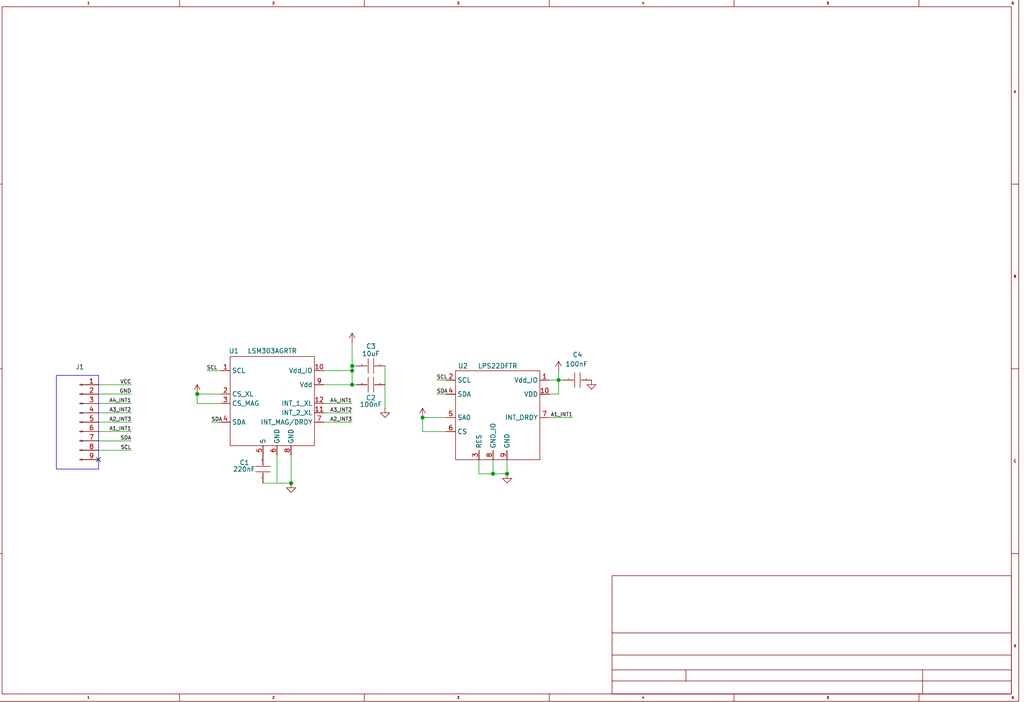
<source format=kicad_sch>
(kicad_sch (version 20231120) (generator "eeschema") (generator_version "8.0")
  (paper "User" 277.012 190.017)
  (lib_symbols
    (symbol "ProPrj_sw -easyedapro:Connector_Conn_01x09_Pin"
      (property "Reference" "J" (at 0 0 0))
      (symbol "Connector_Conn_01x09_Pin_1_0"
        (rectangle (start 0 -10.2616) (end 0.8382 -10.0076))
        (rectangle (start 0 -7.7216) (end 0.8382 -7.4676))
        (rectangle (start 0 -5.1816) (end 0.8382 -4.9276))
        (rectangle (start 0 -2.6416) (end 0.8382 -2.3876))
        (rectangle (start 0 -0.127) (end 0.8382 0.127))
        (polyline (pts (xy 1.2446 -10.1346) (xy 0.8382 -10.1346)))
        (polyline (pts (xy 1.2446 -7.5946) (xy 0.8382 -7.5946)))
        (polyline (pts (xy 1.2446 -5.0546) (xy 0.8382 -5.0546)))
        (polyline (pts (xy 1.2446 -2.5146) (xy 0.8382 -2.5146)))
        (polyline (pts (xy 1.2446 0) (xy 0.8382 0)))
        (polyline (pts (xy 1.2446 2.5146) (xy 0.8382 2.5146)))
        (polyline (pts (xy 1.2446 5.0546) (xy 0.8382 5.0546)))
        (polyline (pts (xy 1.2446 7.5946) (xy 0.8382 7.5946)))
        (polyline (pts (xy 1.2446 10.1346) (xy 0.8382 10.1346)))
        (rectangle (start 0 2.3876) (end 0.8382 2.6416))
        (rectangle (start 0 4.9276) (end 0.8382 5.1816))
        (rectangle (start 0 7.4676) (end 0.8382 7.7216))
        (rectangle (start 0 10.0076) (end 0.8382 10.2616))
        (pin unspecified line (at 5.0546 10.1346 180) (length 3.7846) (name "Pin_1") (number "1"))
        (pin unspecified line (at 5.0546 7.5946 180) (length 3.7846) (name "Pin_2") (number "2"))
        (pin unspecified line (at 5.0546 5.0546 180) (length 3.7846) (name "Pin_3") (number "3"))
        (pin unspecified line (at 5.0546 2.5146 180) (length 3.7846) (name "Pin_4") (number "4"))
        (pin unspecified line (at 5.0546 0 180) (length 3.7846) (name "Pin_5") (number "5"))
        (pin unspecified line (at 5.0546 -2.5146 180) (length 3.7846) (name "Pin_6") (number "6"))
        (pin unspecified line (at 5.0546 -5.0546 180) (length 3.7846) (name "Pin_7") (number "7"))
        (pin unspecified line (at 5.0546 -7.5946 180) (length 3.7846) (name "Pin_8") (number "8"))
        (pin unspecified line (at 5.0546 -10.1346 180) (length 3.7846) (name "Pin_9") (number "9"))
      )
    )
    (symbol "ProPrj_sw -easyedapro:Device_C"
      (property "Reference" "C" (at 0 0 0))
      (symbol "Device_C_1_0"
        (polyline (pts (xy -2.0066 -0.7366) (xy 2.0066 -0.7366)))
        (polyline (pts (xy -2.0066 0.7366) (xy 2.0066 0.7366)))
        (pin unspecified line (at 0 3.7846 270) (length 2.7686) (name "~") (number "1"))
        (pin unspecified line (at 0 -3.7846 90) (length 2.7686) (name "~") (number "2"))
      )
    )
    (symbol "ProPrj_sw -easyedapro:LPS22DF"
      (symbol "LPS22DF_1_0"
        (rectangle (start -11.4046 -12.6746) (end 11.4046 11.4046))
        (pin unspecified line (at 13.9446 8.8646 180) (length 2.5146) (name "Vdd_IO") (number "1"))
        (pin unspecified line (at 13.9446 5.0546 180) (length 2.5146) (name "VDD") (number "10"))
        (pin input line (at -13.9446 8.8646 0) (length 2.5146) (name "SCL") (number "2"))
        (pin unspecified line (at -5.0546 -12.6746 90) (length 2.5146) (name "RES") (number "3"))
        (pin bidirectional line (at -13.9446 5.0546 0) (length 2.5146) (name "SDA") (number "4"))
        (pin bidirectional line (at -13.9446 -1.2446 0) (length 2.5146) (name "SA0") (number "5"))
        (pin input line (at -13.9446 -5.0546 0) (length 2.5146) (name "CS") (number "6"))
        (pin output line (at 13.9446 -1.2446 180) (length 2.5146) (name "INT_DRDY") (number "7"))
        (pin unspecified line (at -1.2446 -12.6746 90) (length 2.5146) (name "GND_IO") (number "8"))
        (pin unspecified line (at 2.5146 -12.6746 90) (length 2.5146) (name "GND") (number "9"))
      )
    )
    (symbol "ProPrj_sw -easyedapro:LSM303AGR"
      (property "Reference" "U" (at 0 0 0))
      (symbol "LSM303AGR_1_0"
        (rectangle (start -11.4046 -25.3746) (end 11.4046 -1.2446))
        (pin input line (at -13.9446 -5.0546 0) (length 2.5146) (name "SCL") (number "1"))
        (pin unspecified line (at 13.9446 -5.0546 180) (length 2.5146) (name "Vdd_IO") (number "10"))
        (pin output line (at 13.9446 -16.4846 180) (length 2.5146) (name "INT_2_XL") (number "11"))
        (pin output line (at 13.9446 -13.9446 180) (length 2.5146) (name "INT_1_XL") (number "12"))
        (pin input line (at -13.9446 -11.4046 0) (length 2.5146) (name "CS_XL") (number "2"))
        (pin input line (at -13.9446 -13.9446 0) (length 2.5146) (name "CS_MAG") (number "3"))
        (pin bidirectional line (at -13.9446 -19.0246 0) (length 2.5146) (name "SDA") (number "4"))
        (pin unspecified line (at -2.5146 -27.9146 90) (length 2.5146) (name "5") (number "5"))
        (pin unspecified line (at 1.2446 -27.9146 90) (length 2.5146) (name "GND") (number "6"))
        (pin output line (at 13.9446 -19.0246 180) (length 2.5146) (name "INT_MAG/DRDY") (number "7"))
        (pin unspecified line (at 5.0546 -27.9146 90) (length 2.5146) (name "GND") (number "8"))
        (pin unspecified line (at 13.9446 -8.8646 180) (length 2.5146) (name "Vdd") (number "9"))
      )
    )
    (symbol "ProPrj_sw -easyedapro:POWER_GND" (power) (pin_numbers hide) (pin_names hide)
      (symbol "POWER_GND_1_0"
        (polyline (pts (xy 0 0) (xy 0 -1.2446) (xy 0 -1.2446) (xy 1.2446 -1.2446) (xy 1.2446 -1.2446) (xy 0 -2.5146) (xy 0 -2.5146) (xy -1.2446 -1.2446) (xy -1.2446 -1.2446) (xy 0 -1.2446)))
        (pin power_in line (at 0 0 270) (length 0) (name "") (number "1"))
      )
    )
    (symbol "ProPrj_sw -easyedapro:POWER_VCC" (power) (pin_numbers hide) (pin_names hide)
      (symbol "POWER_VCC_1_0"
        (polyline (pts (xy -0.7366 1.2446) (xy 0 2.5146)))
        (polyline (pts (xy 0 0) (xy 0 2.5146)))
        (polyline (pts (xy 0 2.5146) (xy 0.7366 1.2446)))
        (pin power_in line (at 0 0 90) (length 0) (name "") (number "1"))
      )
    )
    (symbol "ProPrj_sw -easyedapro:default297x210"
      (symbol "default297x210_1_0"
        (polyline (pts (xy 9.9822 -159.9946) (xy 11.9888 -159.9946)))
        (polyline (pts (xy 9.9822 -109.982) (xy 11.9888 -109.982)))
        (polyline (pts (xy 9.9822 -59.9948) (xy 11.9888 -59.9948)))
        (polyline (pts (xy 59.9948 -197.993) (xy 59.9948 -199.9996)))
        (polyline (pts (xy 59.9948 -11.9888) (xy 59.9948 -9.9822)))
        (polyline (pts (xy 109.982 -197.993) (xy 109.982 -199.9996)))
        (polyline (pts (xy 109.982 -11.9888) (xy 109.982 -9.9822)))
        (polyline (pts (xy 159.9946 -197.993) (xy 159.9946 -199.9996)))
        (polyline (pts (xy 159.9946 -11.9888) (xy 159.9946 -9.9822)))
        (polyline (pts (xy 176.9872 -194.4878) (xy 284.988 -194.4878)))
        (polyline (pts (xy 176.9872 -191.4906) (xy 284.988 -191.4906)))
        (polyline (pts (xy 176.9872 -187.4774) (xy 284.988 -187.4774)))
        (polyline (pts (xy 176.9872 -181.483) (xy 284.988 -181.483)))
        (polyline (pts (xy 196.977 -191.4906) (xy 196.977 -194.4878)))
        (polyline (pts (xy 209.9818 -197.993) (xy 209.9818 -199.9996)))
        (polyline (pts (xy 209.9818 -11.9888) (xy 209.9818 -9.9822)))
        (polyline (pts (xy 259.9944 -197.993) (xy 259.9944 -199.9996)))
        (polyline (pts (xy 259.9944 -11.9888) (xy 259.9944 -9.9822)))
        (polyline (pts (xy 260.985 -191.4906) (xy 260.985 -197.993)))
        (polyline (pts (xy 286.9946 -159.9946) (xy 284.988 -159.9946)))
        (polyline (pts (xy 286.9946 -109.982) (xy 284.988 -109.982)))
        (polyline (pts (xy 286.9946 -59.9948) (xy 284.988 -59.9948)))
        (rectangle (start 9.9822 -199.9996) (end 286.9946 -9.9822))
        (rectangle (start 11.9888 -197.993) (end 284.988 -11.9888))
        (rectangle (start 176.9872 -197.993) (end 284.988 -165.989))
        (text "1" (at 34.9758 -198.9836 0) (effects (font (size 0.635 0.635)) (justify left)))
        (text "1" (at 34.9758 -10.9982 0) (effects (font (size 0.635 0.635)) (justify left)))
        (text "2" (at 84.9884 -198.9836 0) (effects (font (size 0.635 0.635)) (justify left)))
        (text "2" (at 84.9884 -10.9982 0) (effects (font (size 0.635 0.635)) (justify left)))
        (text "3" (at 134.9756 -198.9836 0) (effects (font (size 0.635 0.635)) (justify left)))
        (text "3" (at 134.9756 -10.9982 0) (effects (font (size 0.635 0.635)) (justify left)))
        (text "4" (at 184.9882 -198.9836 0) (effects (font (size 0.635 0.635)) (justify left)))
        (text "4" (at 184.9882 -10.9982 0) (effects (font (size 0.635 0.635)) (justify left)))
        (text "5" (at 234.9754 -198.9836 0) (effects (font (size 0.635 0.635)) (justify left)))
        (text "5" (at 234.9754 -10.9982 0) (effects (font (size 0.635 0.635)) (justify left)))
        (text "6" (at 284.988 -198.9836 0) (effects (font (size 0.635 0.635)) (justify left)))
        (text "6" (at 284.988 -10.9982 0) (effects (font (size 0.635 0.635)) (justify left)))
        (text "A" (at 10.9982 -34.9758 0) (effects (font (size 0.635 0.635))))
        (text "A" (at 285.9786 -34.9758 0) (effects (font (size 0.635 0.635))))
        (text "B" (at 10.9982 -84.9884 0) (effects (font (size 0.635 0.635))))
        (text "B" (at 285.9786 -84.9884 0) (effects (font (size 0.635 0.635))))
        (text "C" (at 10.9982 -134.9756 0) (effects (font (size 0.635 0.635))))
        (text "C" (at 285.9786 -134.9756 0) (effects (font (size 0.635 0.635))))
        (text "D" (at 10.9982 -184.9882 0) (effects (font (size 0.635 0.635))))
        (text "D" (at 285.9786 -184.9882 0) (effects (font (size 0.635 0.635))))
      )
    )
  )
  (junction (at 78.74 130.7846))
  (junction (at 137.16 128.2446))
  (junction (at 151.1046 102.87))
  (junction (at 95.25 100.33))
  (junction (at 133.35 128.2446))
  (junction (at 95.25 99.06))
  (junction (at 95.25 104.14))
  (junction (at 53.34 106.6546))
  (junction (at 114.3 113.03))
  (no_connect (at 26.6446 124.4092))
  (wire (pts (xy 35.5346 104.14) (xy 26.67 104.14)))
  (wire (pts (xy 148.59 106.68) (xy 151.1046 106.68)))
  (wire (pts (xy 95.25 104.14) (xy 87.63 104.14)))
  (wire (pts (xy 95.25 114.2746) (xy 87.63 114.3)))
  (wire (pts (xy 151.1046 100.33) (xy 151.1046 102.87)))
  (wire (pts (xy 133.35 124.4346) (xy 133.35 128.2446)))
  (wire (pts (xy 148.59 102.87) (xy 151.1046 102.87)))
  (wire (pts (xy 35.5346 106.6546) (xy 26.67 106.6546)))
  (wire (pts (xy 96.52 104.14) (xy 95.25 104.14)))
  (wire (pts (xy 35.5346 119.3546) (xy 26.67 119.3546)))
  (wire (pts (xy 53.34 109.22) (xy 53.34 106.6546)))
  (wire (pts (xy 114.3 116.8146) (xy 114.3 113.03)))
  (wire (pts (xy 118.11 106.68) (xy 120.65 106.68)))
  (wire (pts (xy 133.35 128.2446) (xy 137.16 128.2446)))
  (wire (pts (xy 78.74 130.7846) (xy 78.74 123.19)))
  (wire (pts (xy 129.54 128.2446) (xy 133.35 128.2446)))
  (wire (pts (xy 35.5346 121.8946) (xy 26.67 121.8946)))
  (wire (pts (xy 151.1046 102.87) (xy 152.3746 102.87)))
  (wire (pts (xy 114.3 113.03) (xy 120.65 113.03)))
  (wire (pts (xy 95.25 100.33) (xy 95.25 104.14)))
  (wire (pts (xy 87.63 109.22) (xy 95.25 109.22)))
  (wire (pts (xy 35.5346 114.2746) (xy 26.67 114.2746)))
  (wire (pts (xy 95.25 99.06) (xy 95.25 100.33)))
  (wire (pts (xy 104.14 99.06) (xy 104.14 110.49)))
  (wire (pts (xy 87.63 100.33) (xy 95.25 100.33)))
  (wire (pts (xy 71.12 130.7846) (xy 78.74 130.7846)))
  (wire (pts (xy 59.69 114.3) (xy 57.15 114.3)))
  (wire (pts (xy 74.93 123.19) (xy 74.93 130.81)))
  (wire (pts (xy 59.69 100.33) (xy 55.88 100.33)))
  (wire (pts (xy 95.25 92.71) (xy 95.25 99.06)))
  (wire (pts (xy 35.5346 111.7346) (xy 26.67 111.7346)))
  (wire (pts (xy 151.1046 106.68) (xy 151.1046 102.87)))
  (wire (pts (xy 53.34 109.22) (xy 59.69 109.22)))
  (wire (pts (xy 59.69 106.68) (xy 53.34 106.6546)))
  (wire (pts (xy 154.9146 113.03) (xy 148.59 113.03)))
  (wire (pts (xy 35.5346 116.8146) (xy 26.67 116.8146)))
  (wire (pts (xy 129.54 124.4346) (xy 129.54 128.2446)))
  (wire (pts (xy 118.11 102.87) (xy 120.65 102.87)))
  (wire (pts (xy 26.67 109.1946) (xy 35.5346 109.1946)))
  (wire (pts (xy 96.52 99.06) (xy 95.25 99.06)))
  (wire (pts (xy 87.63 111.76) (xy 95.25 111.76)))
  (wire (pts (xy 137.16 124.4346) (xy 137.16 128.2446)))
  (wire (pts (xy 120.65 116.8146) (xy 114.3 116.8146)))
  (rectangle (start 15.24 101.6) (end 26.67 126.9746))
  (label "A1_INT1" (at 35.5346 116.8146 180) (effects (font (size 1 1))))
  (label "A4_INT1" (at 95.25 109.22 180) (effects (font (size 1 1))))
  (label "A3_INT2" (at 35.5346 111.7346 180) (effects (font (size 1 1))))
  (label "VCC" (at 35.5346 104.14 180) (effects (font (size 1 1))))
  (label "A4_INT1" (at 35.5346 109.1946 180) (effects (font (size 1 1))))
  (label "SDA" (at 57.15 114.3 0) (effects (font (size 1 1))))
  (label "GND" (at 35.5346 106.6546 180) (effects (font (size 1 1))))
  (label "SCL" (at 35.5346 121.8946 180) (effects (font (size 1 1))))
  (label "A2_INT3" (at 35.5346 114.2746 180) (effects (font (size 1 1))))
  (label "SDA" (at 35.5346 119.3546 180) (effects (font (size 1 1))))
  (label "SCL" (at 55.88 100.33 0) (effects (font (size 1 1))))
  (label "A3_INT2" (at 95.25 111.76 180) (effects (font (size 1 1))))
  (label "SDA" (at 118.11 106.68 0) (effects (font (size 1 1))))
  (label "A2_INT3" (at 95.25 114.2746 180) (effects (font (size 1 1))))
  (label "SCL" (at 118.11 102.87 0) (effects (font (size 1 1))))
  (label "A1_INT1" (at 154.9146 113.03 180) (effects (font (size 1 1))))
  (symbol (lib_id "ProPrj_sw -easyedapro:POWER_VCC") (at 114.3 113.03 0) (unit 1)
    (property "Reference" "#PWR0102" (effects (hide yes)))
    (property "Footprint" "ProPrj_sw -easyedapro:" (effects (hide yes)))
  )
  (symbol (lib_id "ProPrj_sw -easyedapro:POWER_GND") (at 137.16 128.2446 0) (unit 1)
    (property "Reference" "#PWR0108" (effects (hide yes)))
    (property "Footprint" "ProPrj_sw -easyedapro:" (effects (hide yes)))
  )
  (symbol (lib_id "ProPrj_sw -easyedapro:Device_C") (at 156.1846 102.87 90) (unit 1)
    (property "Reference" "C4" (at 156.21 96.012 90))
    (property "Value" "100nF" (at 155.956 98.552 90))
    (property "Footprint" "ProPrj_sw -easyedapro:Capacitor_SMD:C_0402_1005Metric" (effects (hide yes)))
    (property "Datasheet" "https://atta.szlcsc.com/upload/public/pdf/source/20160218/1457707763339.pdf" (effects (hide yes)))
    (property "Description" "Capacitance: Tolerance:±10% Tolerance:±10% Voltage Rated: Temperature Coefficient:" (effects (hide yes)))
    (property "Manufacturer Part" "CL03A104KP3NNNC" (effects (hide yes)))
    (property "Manufacturer" "SAMSUNG(三星)" (effects (hide yes)))
    (property "Supplier Part" "C49062" (effects (hide yes)))
    (property "Supplier" "LCSC" (effects (hide yes)))
    (property "LCSC Part Name" "100nF ±10% 10V" (effects (hide yes)))
    (property "Origin Footprint" "C_0201_0603Metric" (effects (hide yes)))
  )
  (symbol (lib_id "ProPrj_sw -easyedapro:POWER_GND") (at 159.9946 102.87 0) (unit 1)
    (property "Reference" "#PWR0106" (effects (hide yes)))
    (property "Footprint" "ProPrj_sw -easyedapro:" (effects (hide yes)))
  )
  (symbol (lib_id "ProPrj_sw -easyedapro:default297x210") (at -11.43 -10.16 0) (unit 1)
    (property "Reference" "sensoe1" (effects (hide yes)))
    (property "Value" "default297x210" (effects (hide yes)))
    (property "Footprint" "ProPrj_sw -easyedapro:" (effects (hide yes)))
    (property "@Board Name" "sensor_new" (effects (hide yes)))
    (property "@Create Date" "2024-11-13" (effects (hide yes)))
    (property "@Create Time" "14:57:41" (effects (hide yes)))
    (property "@Page Count" "1" (effects (hide yes)))
    (property "@Page Name" "sensor_new" (effects (hide yes)))
    (property "@Page No" "1" (effects (hide yes)))
    (property "@Project Name" "sw dual sensors" (effects (hide yes)))
    (property "@Schematic Name" "sensor_new" (effects (hide yes)))
    (property "@Update Date" "2024-11-13" (effects (hide yes)))
    (property "@Update Time" "20:00:51" (effects (hide yes)))
    (property "File" "sensor_new" (effects (hide yes)))
    (property "Id" "/" (effects (hide yes)))
    (property "Sheet" "/" (effects (hide yes)))
    (property "Size" "&quot;A4&quot;" (effects (hide yes)))
  )
  (symbol (lib_id "ProPrj_sw -easyedapro:Connector_Conn_01x09_Pin") (at 21.59 114.2746 0) (unit 1)
    (property "Reference" "J1" (at 21.59 99.314 0))
    (property "Value" "Conn_01x09_Pin" (effects (hide yes)))
    (property "Footprint" "ProPrj_sw -easyedapro:OSO-SWAB-B1-00 Sensor Watch Accelerometer:FH19C9S05SH10-FFC" (effects (hide yes)))
    (property "Description" "Generic connector, single row, 01x09, script generated" (effects (hide yes)))
    (property "Origin Footprint" "FH19C9S05SH10-FFC" (effects (hide yes)))
  )
  (symbol (lib_id "ProPrj_sw -easyedapro:LSM303AGR") (at 73.66 95.25 0) (unit 1)
    (property "Reference" "U1" (at 63.246 94.996 0))
    (property "Value" "LSM303AGRTR" (at 73.66 94.996 0))
    (property "Footprint" "ProPrj_sw -easyedapro:Package_LGA:LGA-12_2x2mm_P0.5mm" (effects (hide yes)))
    (property "Datasheet" "https://atta.szlcsc.com/upload/public/pdf/source/20180403/C126671_E4CABC5ABBEC58D74E548CEDEFA0489C.pdf" (effects (hide yes)))
    (property "Description" "Sensor Type:加速度传感器 Operating Temperature:-40℃~+85℃ Operating Temperature:-40℃~+85℃" (effects (hide yes)))
    (property "Manufacturer Part" "LSM303AGRTR" (effects (hide yes)))
    (property "Manufacturer" "ST(意法半导体)" (effects (hide yes)))
    (property "Supplier Part" "C126671" (effects (hide yes)))
    (property "Supplier" "LCSC" (effects (hide yes)))
    (property "LCSC Part Name" "LSM303AGRTR" (effects (hide yes)))
    (property "Origin Footprint" "LGA-12_2x2mm_P0.5mm" (effects (hide yes)))
    (property "User doc link" "https://www.st.com/resource/en/datasheet/lsm303agr.pdf" (effects (hide yes)))
  )
  (symbol (lib_id "ProPrj_sw -easyedapro:Device_C") (at 100.33 104.14 90) (unit 1)
    (property "Reference" "C2" (at 100.33 107.696 90))
    (property "Value" "100nF" (at 100.33 109.474 90))
    (property "Footprint" "ProPrj_sw -easyedapro:Capacitor_SMD:C_0402_1005Metric" (effects (hide yes)))
    (property "Datasheet" "https://atta.szlcsc.com/upload/public/pdf/source/20160218/1457707763339.pdf" (effects (hide yes)))
    (property "Description" "Capacitance: Tolerance:±10% Tolerance:±10% Voltage Rated: Temperature Coefficient:" (effects (hide yes)))
    (property "Manufacturer Part" "CL03A104KP3NNNC" (effects (hide yes)))
    (property "Manufacturer" "SAMSUNG(三星)" (effects (hide yes)))
    (property "Supplier Part" "C49062" (effects (hide yes)))
    (property "Supplier" "LCSC" (effects (hide yes)))
    (property "LCSC Part Name" "100nF ±10% 10V" (effects (hide yes)))
    (property "Origin Footprint" "C_0201_0603Metric" (effects (hide yes)))
  )
  (symbol (lib_id "ProPrj_sw -easyedapro:Device_C") (at 71.12 126.9746 0) (unit 1)
    (property "Reference" "C1" (at 64.77 125.222 0) (effects (justify left)))
    (property "Value" "220nF" (at 66.04 127 0))
    (property "Footprint" "ProPrj_sw -easyedapro:Capacitor_SMD:C_0402_1005Metric" (effects (hide yes)))
    (property "Datasheet" "https://atta.szlcsc.com/upload/public/pdf/source/20200707/C696841_89A2C111301AB76AE7642008585E7A11.pdf" (effects (hide yes)))
    (property "Description" "Capacitance:220nF Tolerance:±10% Tolerance:±10% Voltage Rated: Temperature Coefficient:" (effects (hide yes)))
    (property "Manufacturer Part" "TCC0402X7R224K160AT" (effects (hide yes)))
    (property "Manufacturer" "CCTC(三环)" (effects (hide yes)))
    (property "Supplier Part" "C696846" (effects (hide yes)))
    (property "Supplier" "LCSC" (effects (hide yes)))
    (property "LCSC Part Name" "220nF ±10% 16V" (effects (hide yes)))
    (property "Origin Footprint" "C_0201_0603Metric" (effects (hide yes)))
  )
  (symbol (lib_id "ProPrj_sw -easyedapro:POWER_VCC") (at 95.25 92.71 0) (unit 1)
    (property "Reference" "#PWR0105" (effects (hide yes)))
    (property "Footprint" "ProPrj_sw -easyedapro:" (effects (hide yes)))
  )
  (symbol (lib_id "ProPrj_sw -easyedapro:POWER_GND") (at 104.14 110.49 0) (unit 1)
    (property "Reference" "#PWR0101" (effects (hide yes)))
    (property "Footprint" "ProPrj_sw -easyedapro:" (effects (hide yes)))
  )
  (symbol (lib_id "ProPrj_sw -easyedapro:Device_C") (at 100.33 99.06 90) (unit 1)
    (property "Reference" "C3" (at 100.33 93.726 90))
    (property "Value" "10uF" (at 100.33 95.758 90))
    (property "Footprint" "ProPrj_sw -easyedapro:Capacitor_SMD:C_0402_1005Metric" (effects (hide yes)))
    (property "Datasheet" "https://atta.szlcsc.com/upload/public/pdf/source/20231220/1EF805BAE1520675928CC4638D279E74.pdf" (effects (hide yes)))
    (property "Description" "Capacitance: Tolerance:±20% Tolerance:±20% Voltage Rated: Temperature Coefficient:" (effects (hide yes)))
    (property "Manufacturer Part" "CL05A106MP5NUNC" (effects (hide yes)))
    (property "Manufacturer" "SAMSUNG(三星)" (effects (hide yes)))
    (property "Supplier Part" "C315248" (effects (hide yes)))
    (property "Supplier" "LCSC" (effects (hide yes)))
    (property "LCSC Part Name" "10uF ±20% 10V" (effects (hide yes)))
    (property "Origin Footprint" "C_0402_1005Metric" (effects (hide yes)))
  )
  (symbol (lib_id "ProPrj_sw -easyedapro:POWER_VCC") (at 151.1046 100.33 0) (unit 1)
    (property "Reference" "#PWR0107" (effects (hide yes)))
    (property "Footprint" "ProPrj_sw -easyedapro:" (effects (hide yes)))
  )
  (symbol (lib_id "ProPrj_sw -easyedapro:POWER_VCC") (at 53.34 106.6546 0) (unit 1)
    (property "Reference" "#PWR0104" (effects (hide yes)))
    (property "Footprint" "ProPrj_sw -easyedapro:" (effects (hide yes)))
  )
  (symbol (lib_id "ProPrj_sw -easyedapro:POWER_GND") (at 78.74 130.7846 0) (unit 1)
    (property "Reference" "#PWR0103" (effects (hide yes)))
    (property "Footprint" "ProPrj_sw -easyedapro:" (effects (hide yes)))
  )
  (symbol (lib_id "ProPrj_sw -easyedapro:LPS22DF") (at 134.62 111.76 0) (unit 1)
    (property "Reference" "U2" (at 125.222 99.06 0))
    (property "Value" "LPS22DFTR" (at 134.62 99.06 0))
    (property "Footprint" "ProPrj_sw -easyedapro:" (effects (hide yes)))
    (property "Datasheet" "https://atta.szlcsc.com/upload/public/pdf/source/20221107/90D45CF97EBBC49C38FCF78A3947BD88.pdf" (effects (hide yes)))
    (property "Description" "Pressure range:26Kpa~126Kpa Pressure range:26Kpa~126Kpa The Power Supply Voltage:1.7V~3.6V The Power Supply Voltage:1.7V~3.6V Operating Temperature:-40℃~+85℃ Operating Temperature:-40℃~+85℃" (effects (hide yes)))
    (property "Manufacturer Part" "LPS22DFTR" (effects (hide yes)))
    (property "Manufacturer" "ST(意法半导体)" (effects (hide yes)))
    (property "Supplier Part" "C3253714" (effects (hide yes)))
    (property "Supplier" "LCSC" (effects (hide yes)))
    (property "LCSC Part Name" "LPS22DFTR" (effects (hide yes)))
    (property "Origin Footprint" "ST_HLGA-10_2x2mm_P0.5mm_LayoutBorder3x2y" (effects (hide yes)))
    (property "User doc link" "https://www.st.com/resource/en/datasheet/lps22df.pdf" (effects (hide yes)))
  )
)
</source>
